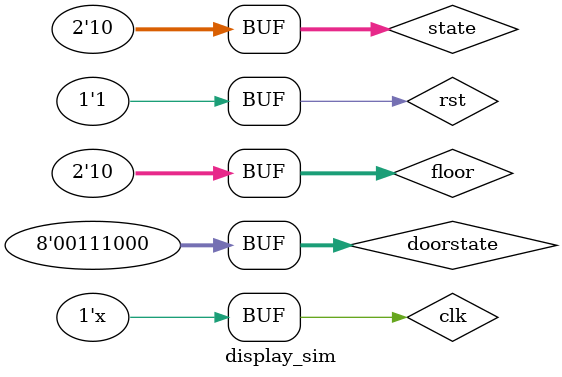
<source format=v>
`timescale 1ns / 1ps

module display_sim();
reg clk;
reg rst = 0;
reg [1: 0] state;
reg [7: 0] doorstate;
reg [1: 0] floor;
wire [7: 0] DIG;
wire [7: 0] Y;

display dp(rst, clk, state, floor, doorstate, DIG, Y);

always #10 clk = ~clk;

initial
begin
    clk = 0;
    #1      rst = 1;
    #2      {state, doorstate, floor} = 12'b010011010011;
    #400    {state, doorstate, floor} = 12'b100011100010;
end
endmodule
</source>
